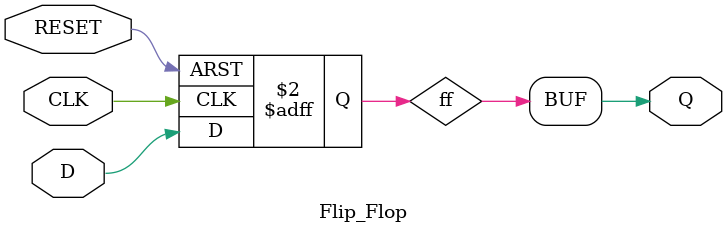
<source format=v>
module Flip_Flop(
    input CLK,
    input RESET,
    input D,
    output Q
    );

    reg ff;     //レジスタ宣言

    assign Q = ff;

    always@(posedge CLK or posedge RESET) //always文
    begin
        if (RESET)      //if文
            ff <= 0;        //ノンブロッキング代入文
        else
            ff <=D;
    end

endmodule

</source>
